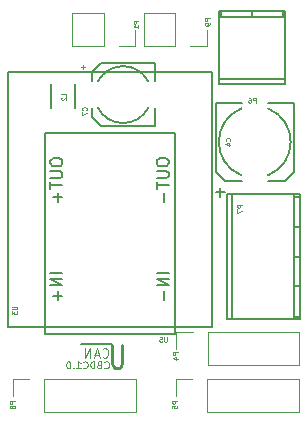
<source format=gbo>
G04 #@! TF.FileFunction,Legend,Bot*
%FSLAX46Y46*%
G04 Gerber Fmt 4.6, Leading zero omitted, Abs format (unit mm)*
G04 Created by KiCad (PCBNEW 4.0.4-stable) date 02/14/17 14:41:20*
%MOMM*%
%LPD*%
G01*
G04 APERTURE LIST*
%ADD10C,0.100000*%
%ADD11C,0.250000*%
%ADD12C,0.200000*%
%ADD13C,0.150000*%
%ADD14C,0.120000*%
%ADD15C,0.090000*%
G04 APERTURE END LIST*
D10*
D11*
X147371429Y-106520500D02*
X147371429Y-108058595D01*
X147442857Y-108239547D01*
X147514286Y-108330024D01*
X147657143Y-108420500D01*
X147942857Y-108420500D01*
X148085715Y-108330024D01*
X148157143Y-108239547D01*
X148228572Y-108058595D01*
X148228572Y-106520500D01*
D10*
X146728572Y-108414286D02*
X146757143Y-108442857D01*
X146842857Y-108471429D01*
X146900000Y-108471429D01*
X146985715Y-108442857D01*
X147042857Y-108385714D01*
X147071429Y-108328571D01*
X147100000Y-108214286D01*
X147100000Y-108128571D01*
X147071429Y-108014286D01*
X147042857Y-107957143D01*
X146985715Y-107900000D01*
X146900000Y-107871429D01*
X146842857Y-107871429D01*
X146757143Y-107900000D01*
X146728572Y-107928571D01*
X146271429Y-108157143D02*
X146185715Y-108185714D01*
X146157143Y-108214286D01*
X146128572Y-108271429D01*
X146128572Y-108357143D01*
X146157143Y-108414286D01*
X146185715Y-108442857D01*
X146242857Y-108471429D01*
X146471429Y-108471429D01*
X146471429Y-107871429D01*
X146271429Y-107871429D01*
X146214286Y-107900000D01*
X146185715Y-107928571D01*
X146157143Y-107985714D01*
X146157143Y-108042857D01*
X146185715Y-108100000D01*
X146214286Y-108128571D01*
X146271429Y-108157143D01*
X146471429Y-108157143D01*
X145871429Y-108471429D02*
X145871429Y-107871429D01*
X145728572Y-107871429D01*
X145642857Y-107900000D01*
X145585715Y-107957143D01*
X145557143Y-108014286D01*
X145528572Y-108128571D01*
X145528572Y-108214286D01*
X145557143Y-108328571D01*
X145585715Y-108385714D01*
X145642857Y-108442857D01*
X145728572Y-108471429D01*
X145871429Y-108471429D01*
X144928572Y-108414286D02*
X144957143Y-108442857D01*
X145042857Y-108471429D01*
X145100000Y-108471429D01*
X145185715Y-108442857D01*
X145242857Y-108385714D01*
X145271429Y-108328571D01*
X145300000Y-108214286D01*
X145300000Y-108128571D01*
X145271429Y-108014286D01*
X145242857Y-107957143D01*
X145185715Y-107900000D01*
X145100000Y-107871429D01*
X145042857Y-107871429D01*
X144957143Y-107900000D01*
X144928572Y-107928571D01*
X144357143Y-108471429D02*
X144700000Y-108471429D01*
X144528572Y-108471429D02*
X144528572Y-107871429D01*
X144585715Y-107957143D01*
X144642857Y-108014286D01*
X144700000Y-108042857D01*
X144100000Y-108414286D02*
X144071428Y-108442857D01*
X144100000Y-108471429D01*
X144128571Y-108442857D01*
X144100000Y-108414286D01*
X144100000Y-108471429D01*
X143700000Y-107871429D02*
X143642857Y-107871429D01*
X143585714Y-107900000D01*
X143557143Y-107928571D01*
X143528572Y-107985714D01*
X143500000Y-108100000D01*
X143500000Y-108242857D01*
X143528572Y-108357143D01*
X143557143Y-108414286D01*
X143585714Y-108442857D01*
X143642857Y-108471429D01*
X143700000Y-108471429D01*
X143757143Y-108442857D01*
X143785714Y-108414286D01*
X143814286Y-108357143D01*
X143842857Y-108242857D01*
X143842857Y-108100000D01*
X143814286Y-107985714D01*
X143785714Y-107928571D01*
X143757143Y-107900000D01*
X143700000Y-107871429D01*
D12*
X144700000Y-106450000D02*
X147345600Y-106450000D01*
D10*
X146564285Y-107485714D02*
X146602380Y-107523810D01*
X146716666Y-107561905D01*
X146792856Y-107561905D01*
X146907142Y-107523810D01*
X146983333Y-107447619D01*
X147021428Y-107371429D01*
X147059523Y-107219048D01*
X147059523Y-107104762D01*
X147021428Y-106952381D01*
X146983333Y-106876190D01*
X146907142Y-106800000D01*
X146792856Y-106761905D01*
X146716666Y-106761905D01*
X146602380Y-106800000D01*
X146564285Y-106838095D01*
X146259523Y-107333333D02*
X145878571Y-107333333D01*
X146335714Y-107561905D02*
X146069047Y-106761905D01*
X145802380Y-107561905D01*
X145535714Y-107561905D02*
X145535714Y-106761905D01*
X145078571Y-107561905D01*
X145078571Y-106761905D01*
D13*
X138580000Y-104995000D02*
X138580000Y-83405000D01*
X138580000Y-83405000D02*
X155820000Y-83405000D01*
X155820000Y-83405000D02*
X155820000Y-104995000D01*
X155820000Y-104995000D02*
X150073333Y-104995000D01*
X150073333Y-104995000D02*
X144326667Y-104995000D01*
X144326667Y-104995000D02*
X138580000Y-104995000D01*
X150967000Y-82633000D02*
X150967000Y-84182400D01*
X150967000Y-87967000D02*
X150967000Y-86417600D01*
X145633000Y-83395000D02*
X145633000Y-84182400D01*
X145633000Y-87205000D02*
X145633000Y-86417600D01*
X146166910Y-84181428D02*
G75*
G02X150433600Y-84182400I2133090J-1118572D01*
G01*
X150433600Y-86417600D02*
G75*
G02X146166400Y-86417600I-2133600J1117600D01*
G01*
X150967000Y-87967000D02*
X146395000Y-87967000D01*
X146395000Y-87967000D02*
X145633000Y-87205000D01*
X145633000Y-83395000D02*
X146395000Y-82633000D01*
X146395000Y-82633000D02*
X150967000Y-82633000D01*
X144225000Y-84400000D02*
X144225000Y-86400000D01*
X142175000Y-86400000D02*
X142175000Y-84400000D01*
X157101200Y-104330980D02*
X157101200Y-93729020D01*
X157499980Y-93729020D02*
X157499980Y-104330980D01*
X162800960Y-93729020D02*
X162800960Y-104330980D01*
X163298800Y-104330980D02*
X163298800Y-93729020D01*
X162800960Y-101526820D02*
X163298800Y-101526820D01*
X162800960Y-99030000D02*
X163298800Y-99030000D01*
X163298800Y-93932220D02*
X162800960Y-93932220D01*
X162800960Y-104130320D02*
X163298800Y-104130320D01*
X163298800Y-96533180D02*
X162800960Y-96533180D01*
X163298800Y-104328440D02*
X157101200Y-104328440D01*
X157101200Y-93734100D02*
X163298800Y-93734100D01*
X158334394Y-92132886D02*
G75*
G02X158332400Y-86467900I1115606J2832886D01*
G01*
X160567600Y-86467900D02*
G75*
G02X160567600Y-92132100I-1117600J-2832100D01*
G01*
X156148000Y-85998000D02*
X158332400Y-85998000D01*
X162752000Y-85998000D02*
X160567600Y-85998000D01*
X156910000Y-92602000D02*
X158332400Y-92602000D01*
X161990000Y-92602000D02*
X160567600Y-92602000D01*
X156148000Y-85998000D02*
X156148000Y-91840000D01*
X156148000Y-91840000D02*
X156910000Y-92602000D01*
X161990000Y-92602000D02*
X162752000Y-91840000D01*
X162752000Y-91840000D02*
X162752000Y-85998000D01*
D14*
X152720000Y-81190000D02*
X150060000Y-81190000D01*
X150060000Y-81190000D02*
X150060000Y-78410000D01*
X150060000Y-78410000D02*
X152720000Y-78410000D01*
X152720000Y-78410000D02*
X152720000Y-81190000D01*
X153990000Y-81190000D02*
X155380000Y-81190000D01*
X155380000Y-81190000D02*
X155380000Y-79800000D01*
X146680000Y-81190000D02*
X144020000Y-81190000D01*
X144020000Y-81190000D02*
X144020000Y-78410000D01*
X144020000Y-78410000D02*
X146680000Y-78410000D01*
X146680000Y-78410000D02*
X146680000Y-81190000D01*
X147950000Y-81190000D02*
X149340000Y-81190000D01*
X149340000Y-81190000D02*
X149340000Y-79800000D01*
X155470000Y-105410000D02*
X163210000Y-105410000D01*
X163210000Y-105410000D02*
X163210000Y-108190000D01*
X163210000Y-108190000D02*
X155470000Y-108190000D01*
X155470000Y-108190000D02*
X155470000Y-105410000D01*
X154200000Y-105410000D02*
X152810000Y-105410000D01*
X152810000Y-105410000D02*
X152810000Y-106800000D01*
X155430000Y-109410000D02*
X163170000Y-109410000D01*
X163170000Y-109410000D02*
X163170000Y-112190000D01*
X163170000Y-112190000D02*
X155430000Y-112190000D01*
X155430000Y-112190000D02*
X155430000Y-109410000D01*
X154160000Y-109410000D02*
X152770000Y-109410000D01*
X152770000Y-109410000D02*
X152770000Y-110800000D01*
X141640000Y-109410000D02*
X149380000Y-109410000D01*
X149380000Y-109410000D02*
X149380000Y-112190000D01*
X149380000Y-112190000D02*
X141640000Y-112190000D01*
X141640000Y-112190000D02*
X141640000Y-109410000D01*
X140370000Y-109410000D02*
X138980000Y-109410000D01*
X138980000Y-109410000D02*
X138980000Y-110800000D01*
D13*
X141700000Y-88550000D02*
X141700000Y-105550000D01*
X152700000Y-88550000D02*
X141700000Y-88550000D01*
X152700000Y-105550000D02*
X152700000Y-88550000D01*
X141700000Y-105550000D02*
X152700000Y-105550000D01*
X162019080Y-78699040D02*
X156420920Y-78699040D01*
X156619040Y-78201200D02*
X156619040Y-78699040D01*
X161820960Y-78699040D02*
X161820960Y-78201200D01*
X159220000Y-78201200D02*
X159220000Y-78699040D01*
X156420920Y-84000020D02*
X162019080Y-84000020D01*
X156420920Y-78201200D02*
X162019080Y-78201200D01*
X162019080Y-78201200D02*
X162019080Y-84398800D01*
X162019080Y-84398800D02*
X156420920Y-84398800D01*
X156420920Y-84398800D02*
X156420920Y-78201200D01*
D15*
X138930952Y-103245238D02*
X139254762Y-103245238D01*
X139292857Y-103264286D01*
X139311905Y-103283333D01*
X139330952Y-103321429D01*
X139330952Y-103397619D01*
X139311905Y-103435714D01*
X139292857Y-103454762D01*
X139254762Y-103473810D01*
X138930952Y-103473810D01*
X138930952Y-103626191D02*
X138930952Y-103873810D01*
X139083333Y-103740477D01*
X139083333Y-103797619D01*
X139102381Y-103835715D01*
X139121429Y-103854762D01*
X139159524Y-103873810D01*
X139254762Y-103873810D01*
X139292857Y-103854762D01*
X139311905Y-103835715D01*
X139330952Y-103797619D01*
X139330952Y-103683334D01*
X139311905Y-103645238D01*
X139292857Y-103626191D01*
X145192857Y-86633334D02*
X145211905Y-86614286D01*
X145230952Y-86557143D01*
X145230952Y-86519048D01*
X145211905Y-86461905D01*
X145173810Y-86423810D01*
X145135714Y-86404762D01*
X145059524Y-86385714D01*
X145002381Y-86385714D01*
X144926190Y-86404762D01*
X144888095Y-86423810D01*
X144850000Y-86461905D01*
X144830952Y-86519048D01*
X144830952Y-86557143D01*
X144850000Y-86614286D01*
X144869048Y-86633334D01*
X144830952Y-86766667D02*
X144830952Y-87033334D01*
X145230952Y-86861905D01*
X145074181Y-82979071D02*
X144769419Y-82979071D01*
X144921800Y-83131452D02*
X144921800Y-82826690D01*
X143480952Y-85433333D02*
X143480952Y-85242857D01*
X143080952Y-85242857D01*
X143119048Y-85547619D02*
X143100000Y-85566667D01*
X143080952Y-85604762D01*
X143080952Y-85700000D01*
X143100000Y-85738096D01*
X143119048Y-85757143D01*
X143157143Y-85776191D01*
X143195238Y-85776191D01*
X143252381Y-85757143D01*
X143480952Y-85528572D01*
X143480952Y-85776191D01*
X158380952Y-94664762D02*
X157980952Y-94664762D01*
X157980952Y-94817143D01*
X158000000Y-94855238D01*
X158019048Y-94874286D01*
X158057143Y-94893334D01*
X158114286Y-94893334D01*
X158152381Y-94874286D01*
X158171429Y-94855238D01*
X158190476Y-94817143D01*
X158190476Y-94664762D01*
X157980952Y-95026667D02*
X157980952Y-95293334D01*
X158380952Y-95121905D01*
X157342857Y-89233334D02*
X157361905Y-89214286D01*
X157380952Y-89157143D01*
X157380952Y-89119048D01*
X157361905Y-89061905D01*
X157323810Y-89023810D01*
X157285714Y-89004762D01*
X157209524Y-88985714D01*
X157152381Y-88985714D01*
X157076190Y-89004762D01*
X157038095Y-89023810D01*
X157000000Y-89061905D01*
X156980952Y-89119048D01*
X156980952Y-89157143D01*
X157000000Y-89214286D01*
X157019048Y-89233334D01*
X157114286Y-89576191D02*
X157380952Y-89576191D01*
X156961905Y-89480953D02*
X157247619Y-89385714D01*
X157247619Y-89633334D01*
D13*
X156511529Y-93198948D02*
X156511529Y-93960853D01*
X156892481Y-93579901D02*
X156130576Y-93579901D01*
D15*
X155630952Y-78854762D02*
X155230952Y-78854762D01*
X155230952Y-79007143D01*
X155250000Y-79045238D01*
X155269048Y-79064286D01*
X155307143Y-79083334D01*
X155364286Y-79083334D01*
X155402381Y-79064286D01*
X155421429Y-79045238D01*
X155440476Y-79007143D01*
X155440476Y-78854762D01*
X155630952Y-79273810D02*
X155630952Y-79350000D01*
X155611905Y-79388095D01*
X155592857Y-79407143D01*
X155535714Y-79445238D01*
X155459524Y-79464286D01*
X155307143Y-79464286D01*
X155269048Y-79445238D01*
X155250000Y-79426191D01*
X155230952Y-79388095D01*
X155230952Y-79311905D01*
X155250000Y-79273810D01*
X155269048Y-79254762D01*
X155307143Y-79235714D01*
X155402381Y-79235714D01*
X155440476Y-79254762D01*
X155459524Y-79273810D01*
X155478571Y-79311905D01*
X155478571Y-79388095D01*
X155459524Y-79426191D01*
X155440476Y-79445238D01*
X155402381Y-79464286D01*
X149590952Y-79054762D02*
X149190952Y-79054762D01*
X149190952Y-79207143D01*
X149210000Y-79245238D01*
X149229048Y-79264286D01*
X149267143Y-79283334D01*
X149324286Y-79283334D01*
X149362381Y-79264286D01*
X149381429Y-79245238D01*
X149400476Y-79207143D01*
X149400476Y-79054762D01*
X149590952Y-79664286D02*
X149590952Y-79435714D01*
X149590952Y-79550000D02*
X149190952Y-79550000D01*
X149248095Y-79511905D01*
X149286190Y-79473810D01*
X149305238Y-79435714D01*
X152920952Y-107104762D02*
X152520952Y-107104762D01*
X152520952Y-107257143D01*
X152540000Y-107295238D01*
X152559048Y-107314286D01*
X152597143Y-107333334D01*
X152654286Y-107333334D01*
X152692381Y-107314286D01*
X152711429Y-107295238D01*
X152730476Y-107257143D01*
X152730476Y-107104762D01*
X152654286Y-107676191D02*
X152920952Y-107676191D01*
X152501905Y-107580953D02*
X152787619Y-107485714D01*
X152787619Y-107733334D01*
X152880952Y-111254762D02*
X152480952Y-111254762D01*
X152480952Y-111407143D01*
X152500000Y-111445238D01*
X152519048Y-111464286D01*
X152557143Y-111483334D01*
X152614286Y-111483334D01*
X152652381Y-111464286D01*
X152671429Y-111445238D01*
X152690476Y-111407143D01*
X152690476Y-111254762D01*
X152480952Y-111845238D02*
X152480952Y-111654762D01*
X152671429Y-111635714D01*
X152652381Y-111654762D01*
X152633333Y-111692857D01*
X152633333Y-111788095D01*
X152652381Y-111826191D01*
X152671429Y-111845238D01*
X152709524Y-111864286D01*
X152804762Y-111864286D01*
X152842857Y-111845238D01*
X152861905Y-111826191D01*
X152880952Y-111788095D01*
X152880952Y-111692857D01*
X152861905Y-111654762D01*
X152842857Y-111635714D01*
X139130952Y-111254762D02*
X138730952Y-111254762D01*
X138730952Y-111407143D01*
X138750000Y-111445238D01*
X138769048Y-111464286D01*
X138807143Y-111483334D01*
X138864286Y-111483334D01*
X138902381Y-111464286D01*
X138921429Y-111445238D01*
X138940476Y-111407143D01*
X138940476Y-111254762D01*
X138902381Y-111711905D02*
X138883333Y-111673810D01*
X138864286Y-111654762D01*
X138826190Y-111635714D01*
X138807143Y-111635714D01*
X138769048Y-111654762D01*
X138750000Y-111673810D01*
X138730952Y-111711905D01*
X138730952Y-111788095D01*
X138750000Y-111826191D01*
X138769048Y-111845238D01*
X138807143Y-111864286D01*
X138826190Y-111864286D01*
X138864286Y-111845238D01*
X138883333Y-111826191D01*
X138902381Y-111788095D01*
X138902381Y-111711905D01*
X138921429Y-111673810D01*
X138940476Y-111654762D01*
X138978571Y-111635714D01*
X139054762Y-111635714D01*
X139092857Y-111654762D01*
X139111905Y-111673810D01*
X139130952Y-111711905D01*
X139130952Y-111788095D01*
X139111905Y-111826191D01*
X139092857Y-111845238D01*
X139054762Y-111864286D01*
X138978571Y-111864286D01*
X138940476Y-111845238D01*
X138921429Y-111826191D01*
X138902381Y-111788095D01*
X152004762Y-105830952D02*
X152004762Y-106154762D01*
X151985714Y-106192857D01*
X151966667Y-106211905D01*
X151928571Y-106230952D01*
X151852381Y-106230952D01*
X151814286Y-106211905D01*
X151795238Y-106192857D01*
X151776190Y-106154762D01*
X151776190Y-105830952D01*
X151395238Y-105830952D02*
X151585714Y-105830952D01*
X151604762Y-106021429D01*
X151585714Y-106002381D01*
X151547619Y-105983333D01*
X151452381Y-105983333D01*
X151414285Y-106002381D01*
X151395238Y-106021429D01*
X151376190Y-106059524D01*
X151376190Y-106154762D01*
X151395238Y-106192857D01*
X151414285Y-106211905D01*
X151452381Y-106230952D01*
X151547619Y-106230952D01*
X151585714Y-106211905D01*
X151604762Y-106192857D01*
D13*
X151152381Y-90930952D02*
X151152381Y-91121429D01*
X151200000Y-91216667D01*
X151295238Y-91311905D01*
X151485714Y-91359524D01*
X151819048Y-91359524D01*
X152009524Y-91311905D01*
X152104762Y-91216667D01*
X152152381Y-91121429D01*
X152152381Y-90930952D01*
X152104762Y-90835714D01*
X152009524Y-90740476D01*
X151819048Y-90692857D01*
X151485714Y-90692857D01*
X151295238Y-90740476D01*
X151200000Y-90835714D01*
X151152381Y-90930952D01*
X151152381Y-91788095D02*
X151961905Y-91788095D01*
X152057143Y-91835714D01*
X152104762Y-91883333D01*
X152152381Y-91978571D01*
X152152381Y-92169048D01*
X152104762Y-92264286D01*
X152057143Y-92311905D01*
X151961905Y-92359524D01*
X151152381Y-92359524D01*
X151152381Y-92692857D02*
X151152381Y-93264286D01*
X152152381Y-92978571D02*
X151152381Y-92978571D01*
X151771429Y-93597619D02*
X151771429Y-94359524D01*
X142152381Y-90930952D02*
X142152381Y-91121429D01*
X142200000Y-91216667D01*
X142295238Y-91311905D01*
X142485714Y-91359524D01*
X142819048Y-91359524D01*
X143009524Y-91311905D01*
X143104762Y-91216667D01*
X143152381Y-91121429D01*
X143152381Y-90930952D01*
X143104762Y-90835714D01*
X143009524Y-90740476D01*
X142819048Y-90692857D01*
X142485714Y-90692857D01*
X142295238Y-90740476D01*
X142200000Y-90835714D01*
X142152381Y-90930952D01*
X142152381Y-91788095D02*
X142961905Y-91788095D01*
X143057143Y-91835714D01*
X143104762Y-91883333D01*
X143152381Y-91978571D01*
X143152381Y-92169048D01*
X143104762Y-92264286D01*
X143057143Y-92311905D01*
X142961905Y-92359524D01*
X142152381Y-92359524D01*
X142152381Y-92692857D02*
X142152381Y-93264286D01*
X143152381Y-92978571D02*
X142152381Y-92978571D01*
X142771429Y-93597619D02*
X142771429Y-94359524D01*
X143152381Y-93978572D02*
X142390476Y-93978572D01*
X143152381Y-100407143D02*
X142152381Y-100407143D01*
X143152381Y-100883333D02*
X142152381Y-100883333D01*
X143152381Y-101454762D01*
X142152381Y-101454762D01*
X142771429Y-101930952D02*
X142771429Y-102692857D01*
X143152381Y-102311905D02*
X142390476Y-102311905D01*
X152152381Y-100407143D02*
X151152381Y-100407143D01*
X152152381Y-100883333D02*
X151152381Y-100883333D01*
X152152381Y-101454762D01*
X151152381Y-101454762D01*
X151771429Y-101930952D02*
X151771429Y-102692857D01*
D15*
X159515238Y-85981832D02*
X159515238Y-85581832D01*
X159362857Y-85581832D01*
X159324762Y-85600880D01*
X159305714Y-85619928D01*
X159286666Y-85658023D01*
X159286666Y-85715166D01*
X159305714Y-85753261D01*
X159324762Y-85772309D01*
X159362857Y-85791356D01*
X159515238Y-85791356D01*
X158943809Y-85581832D02*
X159020000Y-85581832D01*
X159058095Y-85600880D01*
X159077143Y-85619928D01*
X159115238Y-85677070D01*
X159134286Y-85753261D01*
X159134286Y-85905642D01*
X159115238Y-85943737D01*
X159096190Y-85962785D01*
X159058095Y-85981832D01*
X158981905Y-85981832D01*
X158943809Y-85962785D01*
X158924762Y-85943737D01*
X158905714Y-85905642D01*
X158905714Y-85810404D01*
X158924762Y-85772309D01*
X158943809Y-85753261D01*
X158981905Y-85734213D01*
X159058095Y-85734213D01*
X159096190Y-85753261D01*
X159115238Y-85772309D01*
X159134286Y-85810404D01*
M02*

</source>
